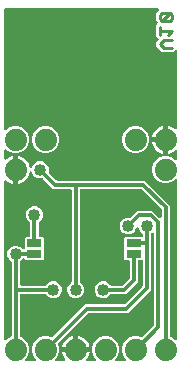
<source format=gbr>
G04 EAGLE Gerber RS-274X export*
G75*
%MOMM*%
%FSLAX34Y34*%
%LPD*%
%INBottom Copper*%
%IPPOS*%
%AMOC8*
5,1,8,0,0,1.08239X$1,22.5*%
G01*
%ADD10C,0.254000*%
%ADD11C,1.879600*%
%ADD12R,1.270000X0.635000*%
%ADD13C,1.016000*%
%ADD14C,0.304800*%

G36*
X148423Y20657D02*
X148423Y20657D01*
X148452Y20657D01*
X148562Y20685D01*
X148673Y20708D01*
X148699Y20721D01*
X148727Y20728D01*
X148825Y20786D01*
X148925Y20839D01*
X148947Y20859D01*
X148972Y20874D01*
X149049Y20956D01*
X149131Y21034D01*
X149146Y21060D01*
X149166Y21081D01*
X149218Y21182D01*
X149275Y21280D01*
X149282Y21308D01*
X149296Y21334D01*
X149309Y21412D01*
X149345Y21555D01*
X149343Y21618D01*
X149351Y21665D01*
X149351Y156135D01*
X149347Y156164D01*
X149350Y156193D01*
X149327Y156304D01*
X149311Y156416D01*
X149299Y156443D01*
X149294Y156472D01*
X149241Y156572D01*
X149195Y156676D01*
X149176Y156698D01*
X149163Y156724D01*
X149085Y156806D01*
X149012Y156893D01*
X148987Y156909D01*
X148967Y156930D01*
X148869Y156987D01*
X148775Y157050D01*
X148747Y157059D01*
X148722Y157074D01*
X148612Y157102D01*
X148504Y157136D01*
X148474Y157137D01*
X148446Y157144D01*
X148333Y157140D01*
X148220Y157143D01*
X148191Y157136D01*
X148162Y157135D01*
X148054Y157100D01*
X147945Y157072D01*
X147919Y157057D01*
X147891Y157048D01*
X147827Y157002D01*
X147700Y156926D01*
X147657Y156881D01*
X147618Y156853D01*
X146175Y155409D01*
X141974Y153669D01*
X137426Y153669D01*
X133225Y155410D01*
X130010Y158625D01*
X128269Y162826D01*
X128269Y167374D01*
X130010Y171575D01*
X133225Y174790D01*
X137426Y176531D01*
X141974Y176531D01*
X146175Y174791D01*
X147618Y173347D01*
X147642Y173330D01*
X147661Y173307D01*
X147755Y173245D01*
X147845Y173176D01*
X147873Y173166D01*
X147897Y173150D01*
X148005Y173116D01*
X148111Y173075D01*
X148140Y173073D01*
X148168Y173064D01*
X148282Y173061D01*
X148394Y173052D01*
X148423Y173057D01*
X148452Y173057D01*
X148562Y173085D01*
X148673Y173108D01*
X148699Y173121D01*
X148727Y173128D01*
X148825Y173186D01*
X148925Y173239D01*
X148947Y173259D01*
X148972Y173274D01*
X149049Y173356D01*
X149131Y173434D01*
X149146Y173460D01*
X149166Y173481D01*
X149218Y173582D01*
X149275Y173680D01*
X149282Y173708D01*
X149296Y173734D01*
X149309Y173812D01*
X149345Y173955D01*
X149343Y174018D01*
X149351Y174065D01*
X149351Y180816D01*
X149347Y180845D01*
X149350Y180875D01*
X149327Y180986D01*
X149311Y181098D01*
X149299Y181125D01*
X149294Y181153D01*
X149241Y181254D01*
X149195Y181357D01*
X149176Y181380D01*
X149163Y181406D01*
X149085Y181488D01*
X149012Y181574D01*
X148987Y181591D01*
X148967Y181612D01*
X148869Y181669D01*
X148775Y181732D01*
X148747Y181741D01*
X148722Y181756D01*
X148612Y181783D01*
X148504Y181818D01*
X148475Y181818D01*
X148446Y181826D01*
X148333Y181822D01*
X148220Y181825D01*
X148191Y181818D01*
X148162Y181817D01*
X148054Y181782D01*
X147945Y181753D01*
X147919Y181738D01*
X147891Y181729D01*
X147827Y181683D01*
X147700Y181608D01*
X147657Y181562D01*
X147618Y181534D01*
X147477Y181394D01*
X145957Y180289D01*
X144283Y179436D01*
X142496Y178855D01*
X141731Y178734D01*
X141731Y189484D01*
X141723Y189542D01*
X141725Y189600D01*
X141703Y189682D01*
X141691Y189765D01*
X141667Y189819D01*
X141653Y189875D01*
X141610Y189948D01*
X141575Y190025D01*
X141537Y190069D01*
X141507Y190120D01*
X141446Y190177D01*
X141391Y190242D01*
X141343Y190274D01*
X141300Y190314D01*
X141225Y190353D01*
X141155Y190399D01*
X141099Y190417D01*
X141047Y190444D01*
X140979Y190455D01*
X140884Y190485D01*
X140784Y190488D01*
X140716Y190499D01*
X139699Y190499D01*
X139699Y190501D01*
X140716Y190501D01*
X140774Y190509D01*
X140832Y190508D01*
X140914Y190529D01*
X140997Y190541D01*
X141051Y190565D01*
X141107Y190579D01*
X141180Y190622D01*
X141257Y190657D01*
X141302Y190695D01*
X141352Y190725D01*
X141410Y190786D01*
X141474Y190841D01*
X141506Y190889D01*
X141546Y190932D01*
X141585Y191007D01*
X141631Y191077D01*
X141649Y191133D01*
X141676Y191185D01*
X141687Y191253D01*
X141717Y191348D01*
X141720Y191448D01*
X141731Y191516D01*
X141731Y202266D01*
X142496Y202145D01*
X144283Y201564D01*
X145957Y200711D01*
X147477Y199606D01*
X147618Y199466D01*
X147642Y199448D01*
X147661Y199426D01*
X147755Y199363D01*
X147845Y199295D01*
X147873Y199284D01*
X147897Y199268D01*
X148005Y199234D01*
X148111Y199194D01*
X148140Y199191D01*
X148168Y199182D01*
X148281Y199179D01*
X148394Y199170D01*
X148423Y199176D01*
X148452Y199175D01*
X148562Y199204D01*
X148673Y199226D01*
X148699Y199239D01*
X148727Y199247D01*
X148825Y199305D01*
X148925Y199357D01*
X148947Y199377D01*
X148972Y199392D01*
X149049Y199475D01*
X149131Y199553D01*
X149146Y199578D01*
X149166Y199599D01*
X149218Y199700D01*
X149275Y199798D01*
X149282Y199826D01*
X149296Y199853D01*
X149309Y199930D01*
X149345Y200073D01*
X149343Y200136D01*
X149351Y200184D01*
X149351Y265254D01*
X149347Y265283D01*
X149350Y265312D01*
X149327Y265423D01*
X149311Y265535D01*
X149299Y265562D01*
X149294Y265591D01*
X149241Y265692D01*
X149195Y265795D01*
X149176Y265817D01*
X149163Y265843D01*
X149085Y265925D01*
X149012Y266012D01*
X148987Y266028D01*
X148967Y266049D01*
X148869Y266106D01*
X148775Y266169D01*
X148747Y266178D01*
X148722Y266193D01*
X148612Y266221D01*
X148504Y266255D01*
X148474Y266256D01*
X148446Y266263D01*
X148333Y266259D01*
X148220Y266262D01*
X148191Y266255D01*
X148162Y266254D01*
X148054Y266219D01*
X147945Y266191D01*
X147919Y266176D01*
X147891Y266167D01*
X147827Y266121D01*
X147700Y266045D01*
X147657Y266000D01*
X147618Y265972D01*
X146157Y264510D01*
X136642Y264510D01*
X133549Y267602D01*
X133549Y267603D01*
X131317Y269835D01*
X131317Y272571D01*
X133384Y274637D01*
X133419Y274684D01*
X133461Y274724D01*
X133504Y274797D01*
X133554Y274864D01*
X133575Y274919D01*
X133605Y274969D01*
X133626Y275051D01*
X133656Y275130D01*
X133661Y275188D01*
X133675Y275245D01*
X133672Y275329D01*
X133679Y275413D01*
X133668Y275470D01*
X133666Y275529D01*
X133640Y275609D01*
X133623Y275692D01*
X133596Y275744D01*
X133578Y275799D01*
X133538Y275856D01*
X133492Y275944D01*
X133424Y276016D01*
X133384Y276073D01*
X131317Y278139D01*
X131317Y287654D01*
X132536Y288873D01*
X132571Y288920D01*
X132614Y288960D01*
X132656Y289033D01*
X132707Y289100D01*
X132728Y289155D01*
X132757Y289205D01*
X132778Y289287D01*
X132808Y289366D01*
X132813Y289424D01*
X132828Y289481D01*
X132825Y289565D01*
X132832Y289649D01*
X132820Y289706D01*
X132818Y289765D01*
X132793Y289845D01*
X132776Y289928D01*
X132749Y289980D01*
X132731Y290035D01*
X132691Y290092D01*
X132645Y290180D01*
X132576Y290253D01*
X132536Y290309D01*
X131317Y291528D01*
X131317Y297653D01*
X133549Y299885D01*
X133682Y300018D01*
X133700Y300042D01*
X133722Y300061D01*
X133785Y300155D01*
X133853Y300245D01*
X133863Y300273D01*
X133880Y300297D01*
X133914Y300405D01*
X133954Y300511D01*
X133957Y300540D01*
X133965Y300568D01*
X133968Y300681D01*
X133978Y300794D01*
X133972Y300823D01*
X133973Y300852D01*
X133944Y300962D01*
X133922Y301073D01*
X133908Y301099D01*
X133901Y301127D01*
X133843Y301224D01*
X133791Y301325D01*
X133771Y301347D01*
X133756Y301372D01*
X133673Y301449D01*
X133595Y301531D01*
X133570Y301546D01*
X133548Y301566D01*
X133448Y301618D01*
X133350Y301675D01*
X133321Y301682D01*
X133295Y301696D01*
X133218Y301709D01*
X133074Y301745D01*
X133012Y301743D01*
X132964Y301751D01*
X4064Y301751D01*
X4006Y301743D01*
X3948Y301745D01*
X3866Y301723D01*
X3782Y301711D01*
X3729Y301688D01*
X3673Y301673D01*
X3600Y301630D01*
X3523Y301595D01*
X3478Y301557D01*
X3428Y301528D01*
X3370Y301466D01*
X3306Y301412D01*
X3274Y301363D01*
X3234Y301320D01*
X3195Y301245D01*
X3148Y301175D01*
X3131Y301119D01*
X3104Y301067D01*
X3093Y300999D01*
X3063Y300904D01*
X3060Y300804D01*
X3049Y300736D01*
X3049Y199465D01*
X3053Y199436D01*
X3050Y199407D01*
X3073Y199296D01*
X3089Y199184D01*
X3101Y199157D01*
X3106Y199128D01*
X3159Y199028D01*
X3205Y198924D01*
X3224Y198902D01*
X3237Y198876D01*
X3315Y198794D01*
X3388Y198707D01*
X3413Y198691D01*
X3433Y198670D01*
X3531Y198613D01*
X3625Y198550D01*
X3653Y198541D01*
X3678Y198526D01*
X3788Y198498D01*
X3896Y198464D01*
X3926Y198463D01*
X3954Y198456D01*
X4067Y198460D01*
X4180Y198457D01*
X4209Y198464D01*
X4238Y198465D01*
X4346Y198500D01*
X4455Y198528D01*
X4481Y198543D01*
X4509Y198552D01*
X4573Y198598D01*
X4700Y198674D01*
X4743Y198719D01*
X4782Y198747D01*
X6225Y200191D01*
X10426Y201931D01*
X14974Y201931D01*
X19175Y200190D01*
X22390Y196975D01*
X24131Y192774D01*
X24131Y188226D01*
X22390Y184025D01*
X19175Y180810D01*
X14974Y179069D01*
X10426Y179069D01*
X6225Y180809D01*
X4782Y182253D01*
X4758Y182270D01*
X4739Y182293D01*
X4645Y182355D01*
X4555Y182424D01*
X4527Y182434D01*
X4503Y182450D01*
X4395Y182484D01*
X4289Y182525D01*
X4260Y182527D01*
X4232Y182536D01*
X4118Y182539D01*
X4006Y182548D01*
X3977Y182543D01*
X3948Y182543D01*
X3838Y182515D01*
X3727Y182492D01*
X3701Y182479D01*
X3673Y182472D01*
X3575Y182414D01*
X3475Y182361D01*
X3453Y182341D01*
X3428Y182326D01*
X3351Y182244D01*
X3269Y182166D01*
X3254Y182140D01*
X3234Y182119D01*
X3182Y182018D01*
X3125Y181920D01*
X3118Y181892D01*
X3104Y181866D01*
X3091Y181788D01*
X3055Y181645D01*
X3057Y181582D01*
X3049Y181535D01*
X3049Y174784D01*
X3053Y174755D01*
X3050Y174725D01*
X3073Y174614D01*
X3089Y174502D01*
X3101Y174475D01*
X3106Y174447D01*
X3159Y174346D01*
X3205Y174243D01*
X3224Y174220D01*
X3237Y174194D01*
X3315Y174112D01*
X3388Y174026D01*
X3413Y174009D01*
X3433Y173988D01*
X3531Y173931D01*
X3625Y173868D01*
X3653Y173859D01*
X3678Y173844D01*
X3788Y173817D01*
X3896Y173782D01*
X3925Y173782D01*
X3954Y173774D01*
X4067Y173778D01*
X4180Y173775D01*
X4209Y173782D01*
X4238Y173783D01*
X4346Y173818D01*
X4455Y173847D01*
X4481Y173862D01*
X4509Y173871D01*
X4573Y173917D01*
X4700Y173992D01*
X4743Y174038D01*
X4782Y174066D01*
X4923Y174206D01*
X6443Y175311D01*
X8117Y176164D01*
X9904Y176745D01*
X10669Y176866D01*
X10669Y166116D01*
X10677Y166058D01*
X10675Y166000D01*
X10697Y165918D01*
X10709Y165835D01*
X10733Y165781D01*
X10747Y165725D01*
X10790Y165652D01*
X10825Y165575D01*
X10863Y165531D01*
X10893Y165480D01*
X10954Y165423D01*
X11009Y165358D01*
X11057Y165326D01*
X11100Y165286D01*
X11175Y165247D01*
X11245Y165201D01*
X11301Y165183D01*
X11353Y165156D01*
X11421Y165145D01*
X11516Y165115D01*
X11616Y165112D01*
X11684Y165101D01*
X13716Y165101D01*
X13774Y165109D01*
X13832Y165108D01*
X13914Y165129D01*
X13997Y165141D01*
X14051Y165165D01*
X14107Y165179D01*
X14180Y165222D01*
X14257Y165257D01*
X14302Y165295D01*
X14352Y165325D01*
X14410Y165386D01*
X14474Y165441D01*
X14506Y165489D01*
X14546Y165532D01*
X14585Y165607D01*
X14631Y165677D01*
X14649Y165733D01*
X14676Y165785D01*
X14687Y165853D01*
X14717Y165948D01*
X14720Y166048D01*
X14731Y166116D01*
X14731Y176866D01*
X15496Y176745D01*
X17283Y176164D01*
X18957Y175311D01*
X20478Y174206D01*
X21806Y172878D01*
X22911Y171357D01*
X23764Y169683D01*
X24345Y167896D01*
X24460Y167169D01*
X24462Y167163D01*
X24462Y167157D01*
X24503Y167027D01*
X24543Y166897D01*
X24547Y166892D01*
X24548Y166886D01*
X24625Y166772D01*
X24699Y166659D01*
X24703Y166655D01*
X24707Y166650D01*
X24812Y166562D01*
X24914Y166474D01*
X24920Y166471D01*
X24924Y166467D01*
X25049Y166412D01*
X25172Y166355D01*
X25178Y166354D01*
X25184Y166351D01*
X25318Y166333D01*
X25453Y166313D01*
X25460Y166313D01*
X25466Y166313D01*
X25600Y166332D01*
X25735Y166350D01*
X25741Y166352D01*
X25747Y166353D01*
X25871Y166409D01*
X25996Y166464D01*
X26001Y166468D01*
X26006Y166470D01*
X26110Y166559D01*
X26214Y166645D01*
X26218Y166651D01*
X26223Y166655D01*
X26246Y166692D01*
X26374Y166881D01*
X26385Y166915D01*
X26401Y166939D01*
X27308Y169129D01*
X29308Y171130D01*
X31923Y172213D01*
X34752Y172213D01*
X37367Y171130D01*
X39367Y169129D01*
X40450Y166515D01*
X40450Y163592D01*
X40443Y163564D01*
X40443Y163563D01*
X40443Y163561D01*
X40447Y163418D01*
X40448Y163399D01*
X40447Y163342D01*
X40450Y163329D01*
X40451Y163280D01*
X40452Y163279D01*
X40452Y163277D01*
X40495Y163143D01*
X40513Y163089D01*
X40518Y163067D01*
X40521Y163062D01*
X40538Y163010D01*
X40539Y163008D01*
X40539Y163007D01*
X40549Y162994D01*
X40696Y162773D01*
X40720Y162754D01*
X40734Y162733D01*
X47213Y156254D01*
X47283Y156202D01*
X47347Y156142D01*
X47396Y156116D01*
X47441Y156083D01*
X47522Y156052D01*
X47600Y156012D01*
X47648Y156004D01*
X47706Y155982D01*
X47854Y155970D01*
X47931Y155957D01*
X122123Y155957D01*
X143257Y134823D01*
X143257Y24278D01*
X143257Y24276D01*
X143257Y24274D01*
X143278Y24131D01*
X143297Y23996D01*
X143297Y23995D01*
X143297Y23993D01*
X143354Y23867D01*
X143413Y23737D01*
X143414Y23735D01*
X143415Y23734D01*
X143506Y23627D01*
X143596Y23520D01*
X143598Y23519D01*
X143599Y23518D01*
X143612Y23509D01*
X143833Y23362D01*
X143862Y23353D01*
X143883Y23340D01*
X146175Y22391D01*
X147618Y20947D01*
X147642Y20930D01*
X147661Y20907D01*
X147755Y20845D01*
X147845Y20776D01*
X147873Y20766D01*
X147897Y20750D01*
X148005Y20716D01*
X148111Y20675D01*
X148140Y20673D01*
X148168Y20664D01*
X148282Y20661D01*
X148394Y20652D01*
X148423Y20657D01*
G37*
G36*
X29164Y3053D02*
X29164Y3053D01*
X29193Y3050D01*
X29304Y3073D01*
X29416Y3089D01*
X29443Y3101D01*
X29472Y3106D01*
X29572Y3159D01*
X29676Y3205D01*
X29698Y3224D01*
X29724Y3237D01*
X29806Y3315D01*
X29893Y3388D01*
X29909Y3413D01*
X29930Y3433D01*
X29987Y3531D01*
X30050Y3625D01*
X30059Y3653D01*
X30074Y3678D01*
X30102Y3788D01*
X30136Y3896D01*
X30137Y3926D01*
X30144Y3954D01*
X30140Y4067D01*
X30143Y4180D01*
X30136Y4209D01*
X30135Y4238D01*
X30100Y4346D01*
X30072Y4455D01*
X30057Y4481D01*
X30048Y4509D01*
X30002Y4573D01*
X29926Y4700D01*
X29881Y4743D01*
X29853Y4782D01*
X28409Y6225D01*
X26669Y10426D01*
X26669Y14974D01*
X28410Y19175D01*
X31625Y22390D01*
X35826Y24131D01*
X40374Y24131D01*
X42665Y23182D01*
X42667Y23181D01*
X42668Y23180D01*
X42802Y23146D01*
X42941Y23111D01*
X42942Y23111D01*
X42944Y23110D01*
X43084Y23115D01*
X43225Y23119D01*
X43226Y23119D01*
X43228Y23119D01*
X43361Y23162D01*
X43495Y23205D01*
X43497Y23206D01*
X43498Y23207D01*
X43510Y23215D01*
X43732Y23364D01*
X43751Y23387D01*
X43772Y23402D01*
X69171Y48801D01*
X71552Y51182D01*
X104469Y51182D01*
X104555Y51194D01*
X104643Y51197D01*
X104695Y51214D01*
X104750Y51222D01*
X104830Y51257D01*
X104913Y51284D01*
X104953Y51312D01*
X105010Y51338D01*
X105123Y51434D01*
X105187Y51479D01*
X119971Y66263D01*
X120023Y66333D01*
X120083Y66397D01*
X120109Y66446D01*
X120142Y66491D01*
X120173Y66572D01*
X120213Y66650D01*
X120221Y66698D01*
X120243Y66756D01*
X120249Y66824D01*
X120254Y66842D01*
X120256Y66908D01*
X120268Y66981D01*
X120268Y87702D01*
X120260Y87760D01*
X120262Y87818D01*
X120240Y87900D01*
X120228Y87984D01*
X120205Y88037D01*
X120190Y88093D01*
X120147Y88166D01*
X120112Y88243D01*
X120074Y88288D01*
X120045Y88338D01*
X119983Y88396D01*
X119929Y88460D01*
X119880Y88492D01*
X119837Y88532D01*
X119762Y88571D01*
X119692Y88618D01*
X119636Y88635D01*
X119584Y88662D01*
X119516Y88673D01*
X119421Y88703D01*
X119321Y88706D01*
X119253Y88717D01*
X117284Y88717D01*
X117227Y88709D01*
X117168Y88711D01*
X117087Y88689D01*
X117003Y88677D01*
X116950Y88654D01*
X116893Y88639D01*
X116821Y88596D01*
X116744Y88561D01*
X116699Y88523D01*
X116649Y88494D01*
X116591Y88432D01*
X116527Y88378D01*
X116494Y88329D01*
X116454Y88286D01*
X116416Y88211D01*
X116369Y88141D01*
X116351Y88085D01*
X116325Y88033D01*
X116313Y87965D01*
X116283Y87870D01*
X116281Y87770D01*
X116269Y87702D01*
X116269Y69964D01*
X106248Y59943D01*
X93654Y59943D01*
X93652Y59943D01*
X93651Y59943D01*
X93507Y59923D01*
X93372Y59903D01*
X93371Y59903D01*
X93369Y59903D01*
X93239Y59844D01*
X93113Y59787D01*
X93112Y59786D01*
X93110Y59785D01*
X93004Y59695D01*
X92896Y59604D01*
X92895Y59602D01*
X92894Y59601D01*
X92885Y59588D01*
X92863Y59554D01*
X90779Y57470D01*
X88165Y56387D01*
X85335Y56387D01*
X82721Y57470D01*
X80720Y59471D01*
X79637Y62085D01*
X79637Y64915D01*
X80720Y67529D01*
X82721Y69530D01*
X85335Y70613D01*
X88165Y70613D01*
X90779Y69530D01*
X92846Y67463D01*
X92860Y67439D01*
X92862Y67438D01*
X92862Y67436D01*
X92967Y67338D01*
X93067Y67244D01*
X93068Y67243D01*
X93070Y67242D01*
X93197Y67177D01*
X93320Y67113D01*
X93321Y67113D01*
X93323Y67112D01*
X93339Y67110D01*
X93599Y67058D01*
X93629Y67061D01*
X93654Y67057D01*
X102881Y67057D01*
X102968Y67069D01*
X103055Y67072D01*
X103108Y67089D01*
X103163Y67097D01*
X103243Y67132D01*
X103326Y67159D01*
X103365Y67187D01*
X103422Y67213D01*
X103535Y67309D01*
X103599Y67354D01*
X108858Y72613D01*
X108911Y72683D01*
X108971Y72747D01*
X108996Y72796D01*
X109029Y72841D01*
X109060Y72922D01*
X109100Y73000D01*
X109108Y73048D01*
X109131Y73106D01*
X109143Y73254D01*
X109156Y73331D01*
X109156Y87702D01*
X109148Y87760D01*
X109149Y87818D01*
X109128Y87900D01*
X109116Y87984D01*
X109092Y88037D01*
X109077Y88093D01*
X109034Y88166D01*
X109000Y88243D01*
X108962Y88288D01*
X108932Y88338D01*
X108870Y88396D01*
X108816Y88460D01*
X108767Y88492D01*
X108725Y88532D01*
X108650Y88571D01*
X108579Y88618D01*
X108524Y88635D01*
X108472Y88662D01*
X108404Y88673D01*
X108308Y88703D01*
X108209Y88706D01*
X108141Y88717D01*
X105520Y88717D01*
X104330Y89908D01*
X104330Y98093D01*
X104337Y98121D01*
X104367Y98200D01*
X104372Y98258D01*
X104386Y98315D01*
X104384Y98399D01*
X104391Y98483D01*
X104379Y98541D01*
X104377Y98599D01*
X104351Y98679D01*
X104335Y98762D01*
X104330Y98771D01*
X104330Y106942D01*
X105520Y108133D01*
X119253Y108133D01*
X119311Y108141D01*
X119369Y108139D01*
X119451Y108161D01*
X119535Y108173D01*
X119588Y108196D01*
X119644Y108211D01*
X119717Y108254D01*
X119794Y108289D01*
X119839Y108327D01*
X119889Y108356D01*
X119947Y108418D01*
X120011Y108472D01*
X120043Y108521D01*
X120083Y108564D01*
X120122Y108639D01*
X120169Y108709D01*
X120186Y108765D01*
X120213Y108817D01*
X120224Y108885D01*
X120254Y108980D01*
X120257Y109080D01*
X120268Y109148D01*
X120268Y110571D01*
X120268Y110573D01*
X120268Y110574D01*
X120248Y110718D01*
X120228Y110853D01*
X120228Y110854D01*
X120228Y110856D01*
X120169Y110986D01*
X120112Y111112D01*
X120111Y111113D01*
X120110Y111115D01*
X120020Y111221D01*
X119929Y111329D01*
X119927Y111330D01*
X119926Y111331D01*
X119913Y111340D01*
X119879Y111362D01*
X117795Y113446D01*
X116825Y115787D01*
X116811Y115812D01*
X116802Y115840D01*
X116739Y115934D01*
X116681Y116032D01*
X116660Y116052D01*
X116643Y116076D01*
X116557Y116149D01*
X116474Y116227D01*
X116448Y116240D01*
X116426Y116259D01*
X116322Y116305D01*
X116222Y116357D01*
X116193Y116363D01*
X116166Y116375D01*
X116054Y116390D01*
X115943Y116412D01*
X115913Y116410D01*
X115884Y116414D01*
X115772Y116397D01*
X115659Y116388D01*
X115632Y116377D01*
X115603Y116373D01*
X115500Y116326D01*
X115394Y116286D01*
X115371Y116268D01*
X115344Y116256D01*
X115258Y116182D01*
X115167Y116114D01*
X115150Y116091D01*
X115127Y116072D01*
X115086Y116005D01*
X114997Y115886D01*
X114975Y115828D01*
X114950Y115787D01*
X113980Y113446D01*
X111979Y111445D01*
X109365Y110362D01*
X106535Y110362D01*
X103921Y111445D01*
X101920Y113446D01*
X100837Y116060D01*
X100837Y118890D01*
X101920Y121504D01*
X103921Y123505D01*
X106535Y124588D01*
X109458Y124588D01*
X109485Y124581D01*
X109487Y124581D01*
X109489Y124580D01*
X109624Y124585D01*
X109769Y124589D01*
X109771Y124589D01*
X109773Y124589D01*
X109903Y124631D01*
X110040Y124675D01*
X110041Y124676D01*
X110043Y124677D01*
X110059Y124688D01*
X110276Y124833D01*
X110296Y124857D01*
X110317Y124872D01*
X113621Y128176D01*
X116002Y130557D01*
X128473Y130557D01*
X134410Y124620D01*
X134434Y124602D01*
X134453Y124580D01*
X134547Y124517D01*
X134637Y124449D01*
X134665Y124439D01*
X134689Y124422D01*
X134797Y124388D01*
X134903Y124348D01*
X134932Y124345D01*
X134960Y124336D01*
X135074Y124334D01*
X135186Y124324D01*
X135215Y124330D01*
X135244Y124329D01*
X135354Y124358D01*
X135465Y124380D01*
X135491Y124394D01*
X135519Y124401D01*
X135617Y124459D01*
X135717Y124511D01*
X135739Y124531D01*
X135764Y124546D01*
X135841Y124629D01*
X135923Y124707D01*
X135938Y124732D01*
X135958Y124754D01*
X136010Y124854D01*
X136067Y124952D01*
X136074Y124981D01*
X136088Y125007D01*
X136101Y125084D01*
X136137Y125228D01*
X136135Y125290D01*
X136143Y125338D01*
X136143Y131456D01*
X136131Y131543D01*
X136128Y131630D01*
X136111Y131683D01*
X136103Y131738D01*
X136068Y131818D01*
X136041Y131901D01*
X136013Y131940D01*
X135987Y131997D01*
X135891Y132110D01*
X135846Y132174D01*
X119474Y148546D01*
X119404Y148598D01*
X119340Y148658D01*
X119291Y148684D01*
X119247Y148717D01*
X119165Y148748D01*
X119087Y148788D01*
X119040Y148796D01*
X118981Y148818D01*
X118834Y148830D01*
X118756Y148843D01*
X68072Y148843D01*
X68014Y148835D01*
X67956Y148837D01*
X67874Y148815D01*
X67790Y148803D01*
X67737Y148780D01*
X67681Y148765D01*
X67608Y148722D01*
X67531Y148687D01*
X67486Y148649D01*
X67436Y148620D01*
X67378Y148558D01*
X67314Y148504D01*
X67282Y148455D01*
X67242Y148412D01*
X67203Y148337D01*
X67156Y148267D01*
X67139Y148211D01*
X67112Y148159D01*
X67101Y148091D01*
X67071Y147996D01*
X67068Y147896D01*
X67057Y147828D01*
X67057Y70404D01*
X67057Y70402D01*
X67057Y70401D01*
X67077Y70257D01*
X67097Y70122D01*
X67097Y70121D01*
X67097Y70119D01*
X67156Y69989D01*
X67213Y69863D01*
X67214Y69862D01*
X67215Y69860D01*
X67305Y69754D01*
X67396Y69646D01*
X67398Y69645D01*
X67399Y69644D01*
X67412Y69635D01*
X67446Y69613D01*
X69530Y67529D01*
X70613Y64915D01*
X70613Y62085D01*
X69530Y59471D01*
X67529Y57470D01*
X64915Y56387D01*
X62085Y56387D01*
X59471Y57470D01*
X57470Y59471D01*
X56387Y62085D01*
X56387Y64915D01*
X57470Y67529D01*
X59537Y69596D01*
X59561Y69610D01*
X59562Y69612D01*
X59564Y69612D01*
X59662Y69717D01*
X59756Y69817D01*
X59757Y69818D01*
X59758Y69820D01*
X59823Y69946D01*
X59887Y70070D01*
X59887Y70071D01*
X59888Y70073D01*
X59890Y70089D01*
X59942Y70349D01*
X59939Y70379D01*
X59943Y70404D01*
X59943Y147828D01*
X59935Y147886D01*
X59937Y147944D01*
X59915Y148026D01*
X59903Y148110D01*
X59880Y148163D01*
X59865Y148219D01*
X59822Y148292D01*
X59787Y148369D01*
X59749Y148414D01*
X59720Y148464D01*
X59658Y148522D01*
X59604Y148586D01*
X59555Y148618D01*
X59512Y148658D01*
X59437Y148697D01*
X59367Y148744D01*
X59311Y148761D01*
X59259Y148788D01*
X59191Y148799D01*
X59096Y148829D01*
X58996Y148832D01*
X58928Y148843D01*
X44564Y148843D01*
X35704Y157703D01*
X35703Y157704D01*
X35702Y157706D01*
X35585Y157793D01*
X35477Y157874D01*
X35476Y157875D01*
X35474Y157876D01*
X35342Y157925D01*
X35211Y157975D01*
X35210Y157975D01*
X35208Y157976D01*
X35068Y157987D01*
X34928Y157999D01*
X34927Y157999D01*
X34925Y157999D01*
X34909Y157995D01*
X34870Y157987D01*
X31923Y157987D01*
X29308Y159070D01*
X27308Y161071D01*
X26401Y163261D01*
X26397Y163266D01*
X26396Y163272D01*
X26325Y163389D01*
X26256Y163506D01*
X26252Y163510D01*
X26248Y163515D01*
X26148Y163608D01*
X26049Y163701D01*
X26044Y163704D01*
X26039Y163708D01*
X25918Y163768D01*
X25797Y163831D01*
X25791Y163832D01*
X25785Y163835D01*
X25652Y163860D01*
X25518Y163886D01*
X25512Y163885D01*
X25505Y163887D01*
X25369Y163873D01*
X25235Y163862D01*
X25229Y163859D01*
X25223Y163859D01*
X25096Y163808D01*
X24969Y163760D01*
X24964Y163756D01*
X24958Y163753D01*
X24851Y163670D01*
X24743Y163588D01*
X24739Y163583D01*
X24734Y163579D01*
X24654Y163470D01*
X24572Y163360D01*
X24570Y163354D01*
X24566Y163349D01*
X24553Y163308D01*
X24472Y163094D01*
X24469Y163059D01*
X24460Y163031D01*
X24345Y162304D01*
X23764Y160517D01*
X22911Y158843D01*
X21806Y157322D01*
X20478Y155994D01*
X18957Y154889D01*
X17283Y154036D01*
X15496Y153455D01*
X14731Y153334D01*
X14731Y164084D01*
X14723Y164142D01*
X14725Y164200D01*
X14703Y164282D01*
X14691Y164365D01*
X14667Y164419D01*
X14653Y164475D01*
X14610Y164548D01*
X14575Y164625D01*
X14537Y164669D01*
X14507Y164720D01*
X14446Y164777D01*
X14391Y164842D01*
X14343Y164874D01*
X14300Y164914D01*
X14225Y164953D01*
X14155Y164999D01*
X14099Y165017D01*
X14047Y165044D01*
X13979Y165055D01*
X13884Y165085D01*
X13784Y165088D01*
X13716Y165099D01*
X11684Y165099D01*
X11626Y165091D01*
X11568Y165092D01*
X11486Y165071D01*
X11403Y165059D01*
X11349Y165035D01*
X11293Y165021D01*
X11220Y164978D01*
X11143Y164943D01*
X11098Y164905D01*
X11048Y164875D01*
X10990Y164814D01*
X10926Y164759D01*
X10894Y164711D01*
X10854Y164668D01*
X10815Y164593D01*
X10769Y164523D01*
X10751Y164467D01*
X10724Y164415D01*
X10713Y164347D01*
X10683Y164252D01*
X10680Y164152D01*
X10669Y164084D01*
X10669Y153334D01*
X9904Y153455D01*
X8117Y154036D01*
X6443Y154889D01*
X4923Y155994D01*
X4782Y156134D01*
X4758Y156152D01*
X4739Y156174D01*
X4645Y156237D01*
X4555Y156305D01*
X4527Y156316D01*
X4503Y156332D01*
X4395Y156366D01*
X4289Y156406D01*
X4260Y156409D01*
X4232Y156418D01*
X4119Y156421D01*
X4006Y156430D01*
X3977Y156424D01*
X3948Y156425D01*
X3838Y156396D01*
X3727Y156374D01*
X3701Y156361D01*
X3673Y156353D01*
X3575Y156295D01*
X3475Y156243D01*
X3453Y156223D01*
X3428Y156208D01*
X3351Y156125D01*
X3269Y156047D01*
X3254Y156022D01*
X3234Y156001D01*
X3182Y155900D01*
X3125Y155802D01*
X3118Y155774D01*
X3104Y155747D01*
X3091Y155670D01*
X3055Y155527D01*
X3057Y155464D01*
X3049Y155416D01*
X3049Y21665D01*
X3053Y21636D01*
X3050Y21607D01*
X3073Y21496D01*
X3089Y21384D01*
X3101Y21357D01*
X3106Y21328D01*
X3159Y21228D01*
X3205Y21124D01*
X3224Y21102D01*
X3237Y21076D01*
X3315Y20994D01*
X3388Y20907D01*
X3413Y20891D01*
X3433Y20870D01*
X3531Y20813D01*
X3625Y20750D01*
X3653Y20741D01*
X3678Y20726D01*
X3788Y20698D01*
X3896Y20664D01*
X3926Y20663D01*
X3954Y20656D01*
X4067Y20660D01*
X4180Y20657D01*
X4209Y20664D01*
X4238Y20665D01*
X4346Y20700D01*
X4455Y20728D01*
X4481Y20743D01*
X4509Y20752D01*
X4573Y20798D01*
X4700Y20874D01*
X4743Y20919D01*
X4782Y20947D01*
X6225Y22391D01*
X8517Y23340D01*
X8518Y23340D01*
X8519Y23341D01*
X8640Y23412D01*
X8761Y23484D01*
X8762Y23485D01*
X8764Y23486D01*
X8861Y23590D01*
X8957Y23691D01*
X8957Y23692D01*
X8958Y23693D01*
X9023Y23819D01*
X9087Y23944D01*
X9087Y23945D01*
X9088Y23947D01*
X9090Y23961D01*
X9142Y24222D01*
X9139Y24253D01*
X9143Y24278D01*
X9143Y86759D01*
X9143Y86760D01*
X9143Y86762D01*
X9123Y86905D01*
X9103Y87040D01*
X9103Y87042D01*
X9103Y87043D01*
X9044Y87173D01*
X8987Y87300D01*
X8986Y87301D01*
X8985Y87302D01*
X8895Y87408D01*
X8804Y87517D01*
X8802Y87517D01*
X8801Y87519D01*
X8788Y87527D01*
X8754Y87549D01*
X6670Y89633D01*
X5587Y92248D01*
X5587Y95077D01*
X6670Y97692D01*
X8671Y99692D01*
X11285Y100775D01*
X14115Y100775D01*
X16729Y99692D01*
X18459Y97962D01*
X18483Y97945D01*
X18502Y97922D01*
X18596Y97859D01*
X18686Y97791D01*
X18714Y97781D01*
X18738Y97765D01*
X18846Y97730D01*
X18952Y97690D01*
X18981Y97688D01*
X19009Y97679D01*
X19123Y97676D01*
X19235Y97667D01*
X19264Y97672D01*
X19293Y97672D01*
X19403Y97700D01*
X19514Y97722D01*
X19540Y97736D01*
X19568Y97743D01*
X19666Y97801D01*
X19766Y97853D01*
X19788Y97874D01*
X19813Y97889D01*
X19890Y97971D01*
X19972Y98049D01*
X19987Y98075D01*
X20007Y98096D01*
X20059Y98197D01*
X20116Y98295D01*
X20123Y98323D01*
X20137Y98349D01*
X20150Y98426D01*
X20186Y98570D01*
X20184Y98633D01*
X20192Y98680D01*
X20192Y106942D01*
X21383Y108133D01*
X24003Y108133D01*
X24061Y108141D01*
X24119Y108139D01*
X24201Y108161D01*
X24285Y108173D01*
X24338Y108196D01*
X24394Y108211D01*
X24467Y108254D01*
X24544Y108289D01*
X24589Y108327D01*
X24639Y108356D01*
X24697Y108418D01*
X24761Y108472D01*
X24793Y108521D01*
X24833Y108564D01*
X24872Y108639D01*
X24919Y108709D01*
X24936Y108765D01*
X24963Y108817D01*
X24974Y108885D01*
X25004Y108980D01*
X25007Y109080D01*
X25018Y109148D01*
X25018Y120096D01*
X25018Y120098D01*
X25018Y120099D01*
X24998Y120241D01*
X24978Y120378D01*
X24978Y120379D01*
X24978Y120381D01*
X24919Y120511D01*
X24862Y120637D01*
X24861Y120638D01*
X24860Y120640D01*
X24770Y120746D01*
X24679Y120854D01*
X24677Y120855D01*
X24676Y120856D01*
X24663Y120865D01*
X24629Y120887D01*
X22545Y122971D01*
X21462Y125585D01*
X21462Y128415D01*
X22545Y131029D01*
X24546Y133030D01*
X27160Y134113D01*
X29990Y134113D01*
X32604Y133030D01*
X34605Y131029D01*
X35688Y128415D01*
X35688Y125585D01*
X34605Y122971D01*
X32538Y120904D01*
X32514Y120890D01*
X32513Y120888D01*
X32511Y120888D01*
X32413Y120783D01*
X32319Y120683D01*
X32318Y120682D01*
X32317Y120680D01*
X32252Y120553D01*
X32188Y120430D01*
X32188Y120429D01*
X32187Y120427D01*
X32185Y120411D01*
X32133Y120151D01*
X32136Y120121D01*
X32132Y120096D01*
X32132Y109148D01*
X32140Y109090D01*
X32138Y109032D01*
X32160Y108950D01*
X32172Y108866D01*
X32195Y108813D01*
X32210Y108757D01*
X32253Y108684D01*
X32288Y108607D01*
X32326Y108562D01*
X32355Y108512D01*
X32417Y108454D01*
X32471Y108390D01*
X32520Y108358D01*
X32563Y108318D01*
X32638Y108279D01*
X32708Y108232D01*
X32764Y108215D01*
X32816Y108188D01*
X32884Y108177D01*
X32979Y108147D01*
X33079Y108144D01*
X33147Y108133D01*
X35767Y108133D01*
X36958Y106942D01*
X36958Y98757D01*
X36951Y98729D01*
X36921Y98650D01*
X36916Y98592D01*
X36901Y98535D01*
X36904Y98451D01*
X36897Y98367D01*
X36908Y98309D01*
X36910Y98251D01*
X36936Y98171D01*
X36953Y98088D01*
X36958Y98079D01*
X36958Y89908D01*
X35767Y88717D01*
X21383Y88717D01*
X20313Y89787D01*
X20221Y89856D01*
X20133Y89931D01*
X20108Y89942D01*
X20086Y89958D01*
X19978Y89999D01*
X19873Y90046D01*
X19846Y90050D01*
X19820Y90059D01*
X19706Y90069D01*
X19591Y90085D01*
X19564Y90081D01*
X19537Y90083D01*
X19424Y90060D01*
X19310Y90044D01*
X19285Y90032D01*
X19258Y90027D01*
X19157Y89975D01*
X19146Y89971D01*
X19140Y89967D01*
X19051Y89927D01*
X19030Y89909D01*
X19006Y89896D01*
X18922Y89817D01*
X18885Y89785D01*
X18873Y89776D01*
X18861Y89764D01*
X18835Y89742D01*
X18828Y89732D01*
X16663Y87566D01*
X16639Y87552D01*
X16638Y87551D01*
X16636Y87550D01*
X16538Y87445D01*
X16444Y87346D01*
X16443Y87344D01*
X16442Y87343D01*
X16377Y87216D01*
X16313Y87093D01*
X16313Y87091D01*
X16312Y87090D01*
X16310Y87074D01*
X16258Y86814D01*
X16261Y86783D01*
X16257Y86759D01*
X16257Y68072D01*
X16265Y68014D01*
X16263Y67956D01*
X16285Y67874D01*
X16297Y67790D01*
X16320Y67737D01*
X16335Y67681D01*
X16378Y67608D01*
X16413Y67531D01*
X16451Y67486D01*
X16480Y67436D01*
X16542Y67378D01*
X16596Y67314D01*
X16645Y67282D01*
X16688Y67242D01*
X16763Y67203D01*
X16833Y67156D01*
X16889Y67139D01*
X16941Y67112D01*
X17009Y67101D01*
X17104Y67071D01*
X17204Y67068D01*
X17272Y67057D01*
X37546Y67057D01*
X37548Y67057D01*
X37549Y67057D01*
X37693Y67077D01*
X37828Y67097D01*
X37829Y67097D01*
X37831Y67097D01*
X37961Y67156D01*
X38087Y67213D01*
X38088Y67214D01*
X38090Y67215D01*
X38196Y67305D01*
X38304Y67396D01*
X38305Y67398D01*
X38306Y67399D01*
X38315Y67412D01*
X38337Y67446D01*
X40421Y69530D01*
X43035Y70613D01*
X45865Y70613D01*
X48479Y69530D01*
X50480Y67529D01*
X51563Y64915D01*
X51563Y62085D01*
X50480Y59471D01*
X48479Y57470D01*
X45865Y56387D01*
X43035Y56387D01*
X40421Y57470D01*
X38354Y59537D01*
X38340Y59561D01*
X38338Y59562D01*
X38338Y59564D01*
X38233Y59662D01*
X38133Y59756D01*
X38132Y59757D01*
X38130Y59758D01*
X38003Y59823D01*
X37880Y59887D01*
X37879Y59887D01*
X37877Y59888D01*
X37861Y59890D01*
X37601Y59942D01*
X37571Y59939D01*
X37546Y59943D01*
X17272Y59943D01*
X17214Y59935D01*
X17156Y59937D01*
X17074Y59915D01*
X16990Y59903D01*
X16937Y59880D01*
X16881Y59865D01*
X16808Y59822D01*
X16731Y59787D01*
X16686Y59749D01*
X16636Y59720D01*
X16578Y59658D01*
X16514Y59604D01*
X16482Y59555D01*
X16442Y59512D01*
X16403Y59437D01*
X16356Y59367D01*
X16339Y59311D01*
X16312Y59259D01*
X16301Y59191D01*
X16271Y59096D01*
X16268Y58996D01*
X16257Y58928D01*
X16257Y24278D01*
X16257Y24276D01*
X16257Y24274D01*
X16278Y24131D01*
X16297Y23996D01*
X16297Y23995D01*
X16297Y23993D01*
X16354Y23867D01*
X16413Y23737D01*
X16414Y23735D01*
X16415Y23734D01*
X16506Y23627D01*
X16596Y23520D01*
X16598Y23519D01*
X16599Y23518D01*
X16612Y23509D01*
X16833Y23362D01*
X16862Y23353D01*
X16883Y23340D01*
X19175Y22391D01*
X22390Y19175D01*
X24131Y14974D01*
X24131Y10426D01*
X22391Y6225D01*
X20947Y4782D01*
X20930Y4758D01*
X20907Y4739D01*
X20845Y4645D01*
X20776Y4555D01*
X20766Y4527D01*
X20750Y4503D01*
X20716Y4395D01*
X20675Y4289D01*
X20673Y4260D01*
X20664Y4232D01*
X20661Y4118D01*
X20652Y4006D01*
X20657Y3977D01*
X20657Y3948D01*
X20685Y3838D01*
X20708Y3727D01*
X20721Y3701D01*
X20728Y3673D01*
X20786Y3575D01*
X20839Y3475D01*
X20859Y3453D01*
X20874Y3428D01*
X20956Y3351D01*
X21034Y3269D01*
X21060Y3254D01*
X21081Y3234D01*
X21182Y3182D01*
X21280Y3125D01*
X21308Y3118D01*
X21334Y3104D01*
X21412Y3091D01*
X21555Y3055D01*
X21618Y3057D01*
X21665Y3049D01*
X29135Y3049D01*
X29164Y3053D01*
G37*
G36*
X53845Y3053D02*
X53845Y3053D01*
X53875Y3050D01*
X53986Y3073D01*
X54098Y3089D01*
X54125Y3101D01*
X54153Y3106D01*
X54254Y3159D01*
X54357Y3205D01*
X54380Y3224D01*
X54406Y3237D01*
X54488Y3315D01*
X54574Y3388D01*
X54591Y3413D01*
X54612Y3433D01*
X54669Y3531D01*
X54732Y3625D01*
X54741Y3653D01*
X54756Y3678D01*
X54783Y3788D01*
X54818Y3896D01*
X54818Y3925D01*
X54826Y3954D01*
X54822Y4067D01*
X54825Y4180D01*
X54818Y4209D01*
X54817Y4238D01*
X54782Y4346D01*
X54753Y4455D01*
X54738Y4481D01*
X54729Y4509D01*
X54683Y4573D01*
X54608Y4700D01*
X54562Y4743D01*
X54534Y4782D01*
X54394Y4923D01*
X53289Y6443D01*
X52436Y8117D01*
X51855Y9904D01*
X51734Y10669D01*
X62484Y10669D01*
X62542Y10677D01*
X62600Y10675D01*
X62682Y10697D01*
X62765Y10709D01*
X62819Y10733D01*
X62875Y10747D01*
X62948Y10790D01*
X63025Y10825D01*
X63069Y10863D01*
X63120Y10893D01*
X63177Y10954D01*
X63242Y11009D01*
X63274Y11057D01*
X63314Y11100D01*
X63353Y11175D01*
X63399Y11245D01*
X63417Y11301D01*
X63444Y11353D01*
X63455Y11421D01*
X63485Y11516D01*
X63488Y11616D01*
X63499Y11684D01*
X63499Y12701D01*
X63501Y12701D01*
X63501Y11684D01*
X63509Y11626D01*
X63508Y11568D01*
X63529Y11486D01*
X63541Y11403D01*
X63565Y11349D01*
X63579Y11293D01*
X63622Y11220D01*
X63657Y11143D01*
X63695Y11098D01*
X63725Y11048D01*
X63786Y10990D01*
X63841Y10926D01*
X63889Y10894D01*
X63932Y10854D01*
X64007Y10815D01*
X64077Y10769D01*
X64133Y10751D01*
X64185Y10724D01*
X64253Y10713D01*
X64348Y10683D01*
X64448Y10680D01*
X64516Y10669D01*
X75266Y10669D01*
X75145Y9904D01*
X74564Y8117D01*
X73711Y6443D01*
X72606Y4923D01*
X72466Y4782D01*
X72448Y4758D01*
X72426Y4739D01*
X72363Y4645D01*
X72295Y4555D01*
X72284Y4527D01*
X72268Y4503D01*
X72234Y4395D01*
X72194Y4289D01*
X72191Y4260D01*
X72182Y4232D01*
X72179Y4119D01*
X72170Y4006D01*
X72176Y3977D01*
X72175Y3948D01*
X72204Y3838D01*
X72226Y3727D01*
X72239Y3701D01*
X72247Y3673D01*
X72305Y3575D01*
X72357Y3475D01*
X72377Y3453D01*
X72392Y3428D01*
X72475Y3351D01*
X72553Y3269D01*
X72578Y3254D01*
X72599Y3234D01*
X72700Y3182D01*
X72798Y3125D01*
X72826Y3118D01*
X72853Y3104D01*
X72930Y3091D01*
X73073Y3055D01*
X73136Y3057D01*
X73184Y3049D01*
X79935Y3049D01*
X79964Y3053D01*
X79993Y3050D01*
X80104Y3073D01*
X80216Y3089D01*
X80243Y3101D01*
X80272Y3106D01*
X80372Y3159D01*
X80476Y3205D01*
X80498Y3224D01*
X80524Y3237D01*
X80606Y3315D01*
X80693Y3388D01*
X80709Y3413D01*
X80730Y3433D01*
X80787Y3531D01*
X80850Y3625D01*
X80859Y3653D01*
X80874Y3678D01*
X80902Y3788D01*
X80936Y3896D01*
X80937Y3926D01*
X80944Y3954D01*
X80940Y4067D01*
X80943Y4180D01*
X80936Y4209D01*
X80935Y4238D01*
X80900Y4346D01*
X80872Y4455D01*
X80857Y4481D01*
X80848Y4509D01*
X80802Y4573D01*
X80726Y4700D01*
X80681Y4743D01*
X80653Y4782D01*
X79209Y6225D01*
X77469Y10426D01*
X77469Y14974D01*
X79210Y19175D01*
X82425Y22390D01*
X86626Y24131D01*
X91174Y24131D01*
X95375Y22390D01*
X98590Y19175D01*
X100331Y14974D01*
X100331Y10426D01*
X98591Y6225D01*
X97147Y4782D01*
X97130Y4758D01*
X97107Y4739D01*
X97045Y4645D01*
X96976Y4555D01*
X96966Y4527D01*
X96950Y4503D01*
X96916Y4395D01*
X96875Y4289D01*
X96873Y4260D01*
X96864Y4232D01*
X96861Y4118D01*
X96852Y4006D01*
X96857Y3977D01*
X96857Y3948D01*
X96885Y3838D01*
X96908Y3727D01*
X96921Y3701D01*
X96928Y3673D01*
X96986Y3575D01*
X97039Y3475D01*
X97059Y3453D01*
X97074Y3428D01*
X97156Y3351D01*
X97234Y3269D01*
X97260Y3254D01*
X97281Y3234D01*
X97382Y3182D01*
X97480Y3125D01*
X97508Y3118D01*
X97534Y3104D01*
X97612Y3091D01*
X97755Y3055D01*
X97818Y3057D01*
X97865Y3049D01*
X105335Y3049D01*
X105364Y3053D01*
X105393Y3050D01*
X105504Y3073D01*
X105616Y3089D01*
X105643Y3101D01*
X105672Y3106D01*
X105772Y3159D01*
X105876Y3205D01*
X105898Y3224D01*
X105924Y3237D01*
X106006Y3315D01*
X106093Y3388D01*
X106109Y3413D01*
X106130Y3433D01*
X106187Y3531D01*
X106250Y3625D01*
X106259Y3653D01*
X106274Y3678D01*
X106302Y3788D01*
X106336Y3896D01*
X106337Y3926D01*
X106344Y3954D01*
X106340Y4067D01*
X106343Y4180D01*
X106336Y4209D01*
X106335Y4238D01*
X106300Y4346D01*
X106272Y4455D01*
X106257Y4481D01*
X106248Y4509D01*
X106202Y4573D01*
X106126Y4700D01*
X106081Y4743D01*
X106053Y4782D01*
X104609Y6225D01*
X102869Y10426D01*
X102869Y14974D01*
X104610Y19175D01*
X107825Y22390D01*
X112026Y24131D01*
X116574Y24131D01*
X118865Y23182D01*
X118867Y23181D01*
X118868Y23180D01*
X119002Y23146D01*
X119141Y23111D01*
X119142Y23111D01*
X119144Y23110D01*
X119284Y23115D01*
X119425Y23119D01*
X119426Y23119D01*
X119428Y23119D01*
X119561Y23162D01*
X119695Y23205D01*
X119697Y23206D01*
X119698Y23207D01*
X119710Y23215D01*
X119932Y23364D01*
X119951Y23387D01*
X119972Y23402D01*
X129496Y32926D01*
X129548Y32996D01*
X129608Y33060D01*
X129634Y33109D01*
X129667Y33153D01*
X129698Y33235D01*
X129738Y33313D01*
X129746Y33360D01*
X129768Y33419D01*
X129780Y33566D01*
X129793Y33644D01*
X129793Y110933D01*
X129789Y110962D01*
X129792Y110992D01*
X129769Y111103D01*
X129753Y111215D01*
X129741Y111242D01*
X129736Y111270D01*
X129684Y111371D01*
X129637Y111474D01*
X129618Y111497D01*
X129605Y111523D01*
X129527Y111605D01*
X129454Y111691D01*
X129429Y111707D01*
X129409Y111729D01*
X129311Y111786D01*
X129217Y111849D01*
X129189Y111858D01*
X129164Y111873D01*
X129054Y111900D01*
X128946Y111935D01*
X128917Y111935D01*
X128888Y111943D01*
X128775Y111939D01*
X128662Y111942D01*
X128633Y111934D01*
X128604Y111934D01*
X128496Y111899D01*
X128387Y111870D01*
X128361Y111855D01*
X128333Y111846D01*
X128270Y111801D01*
X128142Y111725D01*
X128099Y111679D01*
X128060Y111651D01*
X127788Y111379D01*
X127764Y111365D01*
X127763Y111363D01*
X127761Y111363D01*
X127663Y111258D01*
X127569Y111158D01*
X127568Y111157D01*
X127567Y111155D01*
X127502Y111028D01*
X127438Y110905D01*
X127438Y110904D01*
X127437Y110902D01*
X127435Y110886D01*
X127383Y110626D01*
X127386Y110596D01*
X127382Y110571D01*
X127382Y63614D01*
X107836Y44068D01*
X74919Y44068D01*
X74832Y44056D01*
X74745Y44053D01*
X74692Y44036D01*
X74637Y44028D01*
X74557Y43993D01*
X74474Y43966D01*
X74435Y43938D01*
X74378Y43912D01*
X74265Y43816D01*
X74201Y43771D01*
X48802Y18372D01*
X48801Y18370D01*
X48799Y18369D01*
X48713Y18254D01*
X48631Y18144D01*
X48630Y18143D01*
X48629Y18142D01*
X48579Y18010D01*
X48530Y17879D01*
X48529Y17877D01*
X48529Y17876D01*
X48517Y17731D01*
X48506Y17595D01*
X48506Y17594D01*
X48506Y17592D01*
X48510Y17577D01*
X48562Y17317D01*
X48576Y17290D01*
X48582Y17265D01*
X49531Y14974D01*
X49531Y10426D01*
X47791Y6225D01*
X46347Y4782D01*
X46330Y4758D01*
X46307Y4739D01*
X46245Y4645D01*
X46176Y4555D01*
X46166Y4527D01*
X46150Y4503D01*
X46116Y4395D01*
X46075Y4289D01*
X46073Y4260D01*
X46064Y4232D01*
X46061Y4118D01*
X46052Y4006D01*
X46057Y3977D01*
X46057Y3948D01*
X46085Y3838D01*
X46108Y3727D01*
X46121Y3701D01*
X46128Y3673D01*
X46186Y3575D01*
X46239Y3475D01*
X46259Y3453D01*
X46274Y3428D01*
X46356Y3351D01*
X46434Y3269D01*
X46460Y3254D01*
X46481Y3234D01*
X46582Y3182D01*
X46680Y3125D01*
X46708Y3118D01*
X46734Y3104D01*
X46812Y3091D01*
X46955Y3055D01*
X47018Y3057D01*
X47065Y3049D01*
X53816Y3049D01*
X53845Y3053D01*
G37*
%LPC*%
G36*
X112026Y179069D02*
X112026Y179069D01*
X107825Y180810D01*
X104610Y184025D01*
X102869Y188226D01*
X102869Y192774D01*
X104610Y196975D01*
X107825Y200190D01*
X112026Y201931D01*
X116574Y201931D01*
X120775Y200190D01*
X123990Y196975D01*
X125731Y192774D01*
X125731Y188226D01*
X123990Y184025D01*
X120775Y180810D01*
X116574Y179069D01*
X112026Y179069D01*
G37*
%LPD*%
%LPC*%
G36*
X35826Y179069D02*
X35826Y179069D01*
X31625Y180810D01*
X28410Y184025D01*
X26669Y188226D01*
X26669Y192774D01*
X28410Y196975D01*
X31625Y200190D01*
X35826Y201931D01*
X40374Y201931D01*
X44575Y200190D01*
X47790Y196975D01*
X49531Y192774D01*
X49531Y188226D01*
X47790Y184025D01*
X44575Y180810D01*
X40374Y179069D01*
X35826Y179069D01*
G37*
%LPD*%
%LPC*%
G36*
X65531Y14731D02*
X65531Y14731D01*
X65531Y24466D01*
X66296Y24345D01*
X68083Y23764D01*
X69757Y22911D01*
X71278Y21806D01*
X72606Y20478D01*
X73711Y18957D01*
X74564Y17283D01*
X75145Y15496D01*
X75266Y14731D01*
X65531Y14731D01*
G37*
%LPD*%
%LPC*%
G36*
X127934Y192531D02*
X127934Y192531D01*
X128055Y193296D01*
X128636Y195083D01*
X129489Y196757D01*
X130594Y198278D01*
X131922Y199606D01*
X133443Y200711D01*
X135117Y201564D01*
X136904Y202145D01*
X137669Y202266D01*
X137669Y192531D01*
X127934Y192531D01*
G37*
%LPD*%
%LPC*%
G36*
X51734Y14731D02*
X51734Y14731D01*
X51855Y15496D01*
X52436Y17283D01*
X53289Y18957D01*
X54394Y20478D01*
X55722Y21806D01*
X57243Y22911D01*
X58917Y23764D01*
X60704Y24345D01*
X61469Y24466D01*
X61469Y14731D01*
X51734Y14731D01*
G37*
%LPD*%
%LPC*%
G36*
X136904Y178855D02*
X136904Y178855D01*
X135117Y179436D01*
X133443Y180289D01*
X131922Y181394D01*
X130594Y182722D01*
X129489Y184243D01*
X128636Y185917D01*
X128055Y187704D01*
X127934Y188469D01*
X137669Y188469D01*
X137669Y178734D01*
X136904Y178855D01*
G37*
%LPD*%
D10*
X144789Y267813D02*
X138010Y267813D01*
X134620Y271203D01*
X138010Y274592D01*
X144789Y274592D01*
X141399Y279507D02*
X144789Y282897D01*
X134620Y282897D01*
X134620Y286286D02*
X134620Y279507D01*
X136315Y291201D02*
X143094Y291201D01*
X144789Y292896D01*
X144789Y296285D01*
X143094Y297980D01*
X136315Y297980D01*
X134620Y296285D01*
X134620Y292896D01*
X136315Y291201D01*
X143094Y297980D01*
D11*
X12700Y165100D03*
X12700Y190500D03*
X139700Y190500D03*
X139700Y165100D03*
X139700Y12700D03*
X114300Y12700D03*
X88900Y12700D03*
X63500Y12700D03*
X38100Y12700D03*
X12700Y12700D03*
D12*
X112713Y93925D03*
X112713Y102925D03*
D11*
X38100Y190500D03*
X114300Y190500D03*
D12*
X28575Y102925D03*
X28575Y93925D03*
D13*
X107950Y117475D03*
D14*
X117475Y127000D01*
X127000Y127000D01*
X133350Y120650D01*
X133350Y44450D01*
X133350Y31750D02*
X114300Y12700D01*
X133350Y31750D02*
X133350Y44450D01*
D13*
X28575Y127000D03*
D14*
X28575Y102925D01*
D13*
X12700Y93663D03*
D14*
X12700Y63500D01*
X12700Y12700D01*
D13*
X44450Y63500D03*
D14*
X12700Y63500D01*
X12700Y93925D02*
X28575Y93925D01*
X12700Y93925D02*
X12700Y93663D01*
D13*
X76200Y38100D03*
X25400Y38100D03*
X120650Y139700D03*
X50800Y38100D03*
X120650Y165100D03*
X76200Y266700D03*
X50800Y215900D03*
X101600Y38100D03*
X50800Y241300D03*
X63500Y63500D03*
D14*
X63500Y152400D01*
X120650Y152400D01*
X139700Y133350D01*
X139700Y12700D01*
D13*
X33338Y165100D03*
D14*
X46038Y152400D01*
X63500Y152400D01*
D13*
X123825Y117475D03*
D14*
X123825Y102925D02*
X112713Y102925D01*
X123825Y102925D02*
X123825Y117475D01*
X73025Y47625D02*
X38100Y12700D01*
X73025Y47625D02*
X106363Y47625D01*
X123825Y65088D01*
X123825Y102925D01*
D13*
X86750Y63500D03*
D14*
X104775Y63500D01*
X112713Y71438D02*
X112713Y93925D01*
X112713Y71438D02*
X104775Y63500D01*
M02*

</source>
